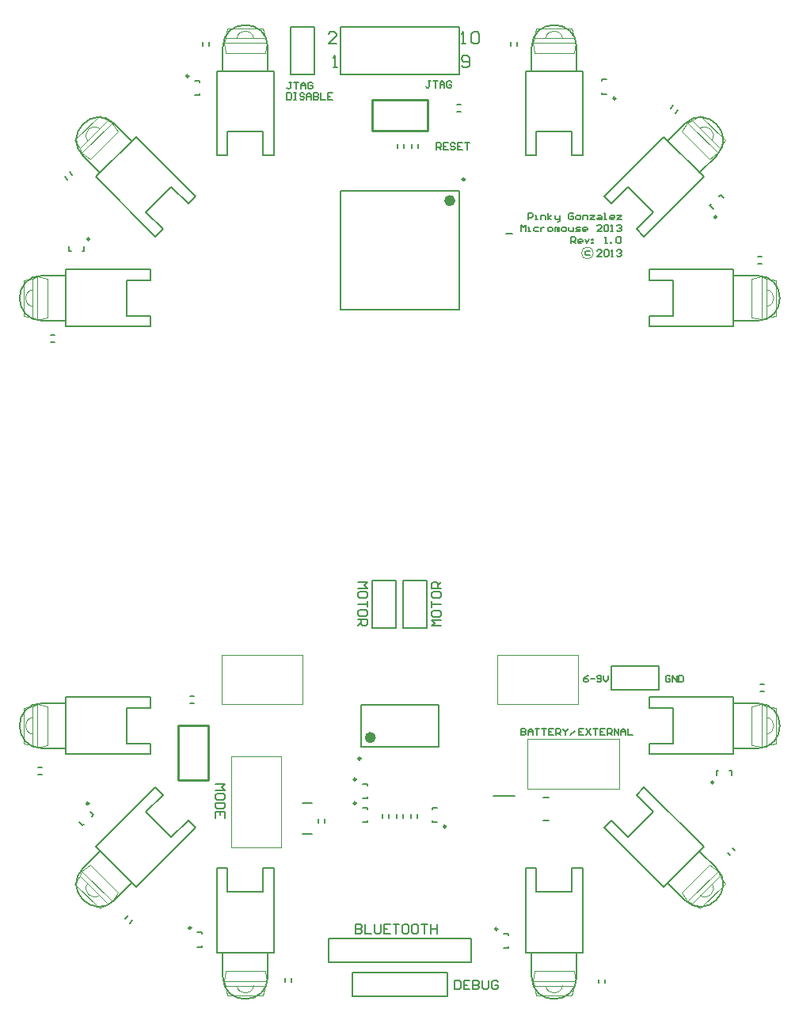
<source format=gto>
%FSLAX25Y25*%
%MOIN*%
G70*
G01*
G75*
G04 Layer_Color=65535*
%ADD10R,0.06299X0.11811*%
%ADD11R,0.04921X0.21654*%
%ADD12R,0.03543X0.02756*%
%ADD13R,0.03150X0.01575*%
%ADD14R,0.01772X0.01772*%
%ADD15R,0.01575X0.01772*%
%ADD16R,0.06299X0.10630*%
G04:AMPARAMS|DCode=17|XSize=35.43mil|YSize=31.5mil|CornerRadius=0mil|HoleSize=0mil|Usage=FLASHONLY|Rotation=135.000|XOffset=0mil|YOffset=0mil|HoleType=Round|Shape=Rectangle|*
%AMROTATEDRECTD17*
4,1,4,0.02366,-0.00139,0.00139,-0.02366,-0.02366,0.00139,-0.00139,0.02366,0.02366,-0.00139,0.0*
%
%ADD17ROTATEDRECTD17*%

%ADD18R,0.09843X0.06693*%
%ADD19R,0.03543X0.03150*%
%ADD20R,0.06299X0.12992*%
%ADD21R,0.06299X0.05118*%
%ADD22R,0.03937X0.04331*%
%ADD23R,0.03150X0.03543*%
G04:AMPARAMS|DCode=24|XSize=35.43mil|YSize=31.5mil|CornerRadius=0mil|HoleSize=0mil|Usage=FLASHONLY|Rotation=225.000|XOffset=0mil|YOffset=0mil|HoleType=Round|Shape=Rectangle|*
%AMROTATEDRECTD24*
4,1,4,0.00139,0.02366,0.02366,0.00139,-0.00139,-0.02366,-0.02366,-0.00139,0.00139,0.02366,0.0*
%
%ADD24ROTATEDRECTD24*%

%ADD25O,0.01378X0.06693*%
%ADD26R,0.02756X0.03543*%
G04:AMPARAMS|DCode=27|XSize=35.43mil|YSize=27.56mil|CornerRadius=0mil|HoleSize=0mil|Usage=FLASHONLY|Rotation=315.000|XOffset=0mil|YOffset=0mil|HoleType=Round|Shape=Rectangle|*
%AMROTATEDRECTD27*
4,1,4,-0.02227,0.00278,-0.00278,0.02227,0.02227,-0.00278,0.00278,-0.02227,-0.02227,0.00278,0.0*
%
%ADD27ROTATEDRECTD27*%

G04:AMPARAMS|DCode=28|XSize=35.43mil|YSize=27.56mil|CornerRadius=0mil|HoleSize=0mil|Usage=FLASHONLY|Rotation=45.000|XOffset=0mil|YOffset=0mil|HoleType=Round|Shape=Rectangle|*
%AMROTATEDRECTD28*
4,1,4,-0.00278,-0.02227,-0.02227,-0.00278,0.00278,0.02227,0.02227,0.00278,-0.00278,-0.02227,0.0*
%
%ADD28ROTATEDRECTD28*%

G04:AMPARAMS|DCode=29|XSize=15.75mil|YSize=31.5mil|CornerRadius=0mil|HoleSize=0mil|Usage=FLASHONLY|Rotation=225.000|XOffset=0mil|YOffset=0mil|HoleType=Round|Shape=Rectangle|*
%AMROTATEDRECTD29*
4,1,4,-0.00557,0.01670,0.01670,-0.00557,0.00557,-0.01670,-0.01670,0.00557,-0.00557,0.01670,0.0*
%
%ADD29ROTATEDRECTD29*%

%ADD30R,0.01575X0.03150*%
%ADD31O,0.02165X0.06890*%
%ADD32O,0.06890X0.02165*%
%ADD33R,0.03937X0.03937*%
%ADD34R,0.03937X0.03937*%
%ADD35C,0.01000*%
%ADD36C,0.02000*%
%ADD37C,0.03000*%
%ADD38C,0.12000*%
%ADD39R,0.05906X0.05906*%
%ADD40C,0.05906*%
%ADD41R,0.05906X0.05906*%
%ADD42R,0.04921X0.04921*%
%ADD43P,0.06960X4X180.0*%
%ADD44R,0.04921X0.04921*%
%ADD45P,0.06960X4X270.0*%
%ADD46C,0.07000*%
%ADD47C,0.07874*%
%ADD48C,0.02500*%
%ADD49O,0.02362X0.00984*%
%ADD50O,0.00984X0.02362*%
%ADD51R,0.10236X0.10630*%
%ADD52C,0.00984*%
%ADD53C,0.02362*%
%ADD54C,0.00394*%
%ADD55C,0.00500*%
%ADD56C,0.00787*%
%ADD57C,0.00800*%
D35*
X-93400Y-112968D02*
Y-89918D01*
X-80650D01*
Y-112968D02*
Y-89918D01*
X-93400Y-112968D02*
X-80650D01*
X-11468Y173400D02*
X11582D01*
Y160650D02*
Y173400D01*
X-11468Y160650D02*
X11582D01*
X-11468D02*
Y173400D01*
D52*
X19339Y-132421D02*
G03*
X19339Y-132421I-492J0D01*
G01*
X-18354Y-112579D02*
G03*
X-18354Y-112579I-492J0D01*
G01*
Y-122579D02*
G03*
X-18354Y-122579I-492J0D01*
G01*
X-16437Y-103779D02*
G03*
X-16437Y-103779I-492J0D01*
G01*
X90839Y174079D02*
G03*
X90839Y174079I-492J0D01*
G01*
X133379Y124154D02*
G03*
X133379Y124154I-492J0D01*
G01*
X-130587Y114847D02*
G03*
X-130587Y114847I-492J0D01*
G01*
X-88854Y183421D02*
G03*
X-88854Y183421I-492J0D01*
G01*
X41146Y-175579D02*
G03*
X41146Y-175579I-492J0D01*
G01*
X-130894Y-122654D02*
G03*
X-130894Y-122654I-492J0D01*
G01*
X132071Y-113847D02*
G03*
X132071Y-113847I-492J0D01*
G01*
X-87854Y-175079D02*
G03*
X-87854Y-175079I-492J0D01*
G01*
X27362Y140020D02*
G03*
X27362Y140020I-492J0D01*
G01*
D53*
X-11220Y-94921D02*
G03*
X-11220Y-94921I-1181J0D01*
G01*
X22244Y131063D02*
G03*
X22244Y131063I-1181J0D01*
G01*
D54*
X154469Y86457D02*
G03*
X154469Y93543I-555J3543D01*
G01*
X131397Y156386D02*
G03*
X126386Y161397I-2898J2113D01*
G01*
X68543Y199469D02*
G03*
X61457Y199469I-3543J-555D01*
G01*
X-61457D02*
G03*
X-68543Y199469I-3543J-555D01*
G01*
X-126386Y161397D02*
G03*
X-131397Y156386I-2113J-2898D01*
G01*
X-154469Y93543D02*
G03*
X-154469Y86457I555J-3543D01*
G01*
X154469Y-93543D02*
G03*
X154469Y-86457I-555J3543D01*
G01*
X126386Y-161397D02*
G03*
X131397Y-156386I2113J2898D01*
G01*
X61457Y-199469D02*
G03*
X68543Y-199469I3543J555D01*
G01*
X-68543D02*
G03*
X-61457Y-199469I3543J555D01*
G01*
X-131397Y-156386D02*
G03*
X-126386Y-161397I2898J-2113D01*
G01*
X-154469Y-86457D02*
G03*
X-154469Y-93543I555J-3543D01*
G01*
X81500Y109000D02*
G03*
X81500Y109000I-2500J0D01*
G01*
X-75000Y-81000D02*
Y-60299D01*
Y-80968D02*
X-41000D01*
Y-81000D02*
Y-60299D01*
X-75000D02*
X-41000D01*
X41000Y-81000D02*
Y-60299D01*
Y-80968D02*
X75000D01*
Y-81000D02*
Y-60299D01*
X41000D02*
X75000D01*
X152500Y80945D02*
Y99055D01*
X148169Y81732D02*
Y98268D01*
Y81732D02*
X152500Y81000D01*
X148169Y98268D02*
X152500Y99055D01*
X154469Y81732D02*
Y98268D01*
X152500Y80945D02*
X154469Y81732D01*
X152500Y99055D02*
X154469Y98268D01*
X158405Y82520D02*
Y97480D01*
X154469Y98268D02*
X158405Y97480D01*
X154469Y81732D02*
X158405Y82520D01*
X121097Y163903D02*
X133903Y151097D01*
X118592Y160284D02*
X130284Y148592D01*
X133864Y151136D01*
X118592Y160284D02*
X121097Y163903D01*
X123046Y164738D02*
X134738Y153046D01*
X133903Y151097D02*
X134738Y153046D01*
X121097Y163903D02*
X123046Y164738D01*
X126386Y166965D02*
X136965Y156386D01*
X123046Y164738D02*
X126386Y166965D01*
X134738Y153046D02*
X136965Y156386D01*
X55945Y197500D02*
X74055D01*
X56732Y193169D02*
X73268D01*
X74000Y197500D01*
X55945D02*
X56732Y193169D01*
Y199469D02*
X73268D01*
X74055Y197500D01*
X55945D02*
X56732Y199469D01*
X57520Y203405D02*
X72480D01*
X56732Y199469D02*
X57520Y203405D01*
X72480D02*
X73268Y199469D01*
X-74055Y197500D02*
X-55945D01*
X-73268Y193169D02*
X-56732D01*
X-56000Y197500D01*
X-74055D02*
X-73268Y193169D01*
Y199469D02*
X-56732D01*
X-55945Y197500D01*
X-74055D02*
X-73268Y199469D01*
X-72480Y203405D02*
X-57520D01*
X-73268Y199469D02*
X-72480Y203405D01*
X-57520D02*
X-56732Y199469D01*
X-133903Y151097D02*
X-121097Y163903D01*
X-130284Y148592D02*
X-118592Y160284D01*
X-121136Y163864D02*
X-118592Y160284D01*
X-133903Y151097D02*
X-130284Y148592D01*
X-134738Y153046D02*
X-123046Y164738D01*
X-121097Y163903D01*
X-134738Y153046D02*
X-133903Y151097D01*
X-136965Y156386D02*
X-126386Y166965D01*
X-136965Y156386D02*
X-134738Y153046D01*
X-126386Y166965D02*
X-123046Y164738D01*
X-152500Y80945D02*
Y99055D01*
X-148169Y81732D02*
Y98268D01*
X-152500Y99000D02*
X-148169Y98268D01*
X-152500Y80945D02*
X-148169Y81732D01*
X-154469D02*
Y98268D01*
X-152500Y99055D01*
X-154469Y81732D02*
X-152500Y80945D01*
X-158405Y82520D02*
Y97480D01*
Y82520D02*
X-154469Y81732D01*
X-158405Y97480D02*
X-154469Y98268D01*
X152500Y-99055D02*
Y-80945D01*
X148169Y-98268D02*
Y-81732D01*
Y-98268D02*
X152500Y-99000D01*
X148169Y-81732D02*
X152500Y-80945D01*
X154469Y-98268D02*
Y-81732D01*
X152500Y-99055D02*
X154469Y-98268D01*
X152500Y-80945D02*
X154469Y-81732D01*
X158405Y-97480D02*
Y-82520D01*
X154469Y-81732D02*
X158405Y-82520D01*
X154469Y-98268D02*
X158405Y-97480D01*
X121097Y-163903D02*
X133903Y-151097D01*
X118592Y-160284D02*
X130284Y-148592D01*
X118592Y-160284D02*
X121136Y-163864D01*
X130284Y-148592D02*
X133903Y-151097D01*
X123046Y-164738D02*
X134738Y-153046D01*
X121097Y-163903D02*
X123046Y-164738D01*
X133903Y-151097D02*
X134738Y-153046D01*
X126386Y-166965D02*
X136965Y-156386D01*
X134738Y-153046D02*
X136965Y-156386D01*
X123046Y-164738D02*
X126386Y-166965D01*
X55945Y-197500D02*
X74055D01*
X56732Y-193169D02*
X73268D01*
X56000Y-197500D02*
X56732Y-193169D01*
X73268D02*
X74055Y-197500D01*
X56732Y-199469D02*
X73268D01*
X55945Y-197500D02*
X56732Y-199469D01*
X73268D02*
X74055Y-197500D01*
X57520Y-203405D02*
X72480D01*
X73268Y-199469D01*
X56732D02*
X57520Y-203405D01*
X-74055Y-197500D02*
X-55945D01*
X-73268Y-193169D02*
X-56732D01*
X-74000Y-197500D02*
X-73268Y-193169D01*
X-56732D02*
X-55945Y-197500D01*
X-73268Y-199469D02*
X-56732D01*
X-74055Y-197500D02*
X-73268Y-199469D01*
X-56732D02*
X-55945Y-197500D01*
X-72480Y-203405D02*
X-57520D01*
X-56732Y-199469D01*
X-73268D02*
X-72480Y-203405D01*
X-133903Y-151097D02*
X-121097Y-163903D01*
X-130284Y-148592D02*
X-118592Y-160284D01*
X-133864Y-151136D02*
X-130284Y-148592D01*
X-121097Y-163903D02*
X-118592Y-160284D01*
X-134738Y-153046D02*
X-123046Y-164738D01*
X-134738Y-153046D02*
X-133903Y-151097D01*
X-123046Y-164738D02*
X-121097Y-163903D01*
X-136965Y-156386D02*
X-126386Y-166965D01*
X-123046Y-164738D01*
X-136965Y-156386D02*
X-134738Y-153046D01*
X-152500Y-99055D02*
Y-80945D01*
X-148169Y-98268D02*
Y-81732D01*
X-152500Y-81000D02*
X-148169Y-81732D01*
X-152500Y-99055D02*
X-148169Y-98268D01*
X-154469D02*
Y-81732D01*
X-152500Y-80945D01*
X-154469Y-98268D02*
X-152500Y-99055D01*
X-158405Y-97480D02*
Y-82520D01*
Y-97480D02*
X-154469Y-98268D01*
X-158405Y-82520D02*
X-154469Y-81732D01*
X-71091Y-102709D02*
X-49909D01*
Y-141291D02*
Y-102709D01*
X-71091Y-141291D02*
X-49909D01*
X-71091D02*
Y-102709D01*
X53709Y-116591D02*
Y-95410D01*
X92291D01*
Y-116591D02*
Y-95410D01*
X53709Y-116591D02*
X92291D01*
D55*
X74500Y195500D02*
G03*
X55500Y195500I-9500J0D01*
G01*
X-119849Y163284D02*
G03*
X-133284Y149849I-6718J-6718D01*
G01*
X150500Y80500D02*
G03*
X150500Y99500I0J9500D01*
G01*
X-55500Y195500D02*
G03*
X-74500Y195500I-9500J0D01*
G01*
X133284Y149849D02*
G03*
X119849Y163284I-6718J6718D01*
G01*
X-150500Y99500D02*
G03*
X-150500Y80500I0J-9500D01*
G01*
X55500Y-195500D02*
G03*
X74500Y-195500I9500J0D01*
G01*
X119849Y-163284D02*
G03*
X133284Y-149849I6718J6718D01*
G01*
X-150500Y-80500D02*
G03*
X-150500Y-99500I0J-9500D01*
G01*
X-74500Y-195500D02*
G03*
X-55500Y-195500I9500J0D01*
G01*
X-133284Y-149849D02*
G03*
X-119849Y-163284I6718J-6718D01*
G01*
X150500Y-99500D02*
G03*
X150500Y-80500I0J9500D01*
G01*
X-41000Y-135500D02*
X-37000D01*
X-41000Y-122500D02*
X-37000D01*
X77000Y150000D02*
Y185500D01*
X53000D02*
X77000D01*
X53000Y150000D02*
Y185500D01*
X74500D02*
Y195500D01*
X55500Y185500D02*
Y195500D01*
X72500Y150000D02*
X77000D01*
X72500D02*
Y160000D01*
X57500D02*
X72500D01*
X57500Y150000D02*
Y160000D01*
X53000Y150000D02*
X57500D01*
X-111010Y157981D02*
X-85908Y132879D01*
X-127981Y141010D02*
X-111010Y157981D01*
X-127981Y141010D02*
X-102879Y115908D01*
X-119849Y163284D02*
X-112778Y156213D01*
X-133284Y149849D02*
X-126213Y142778D01*
X-89090Y129697D02*
X-85908Y132879D01*
X-96161Y136768D02*
X-89090Y129697D01*
X-106768Y126161D02*
X-96161Y136768D01*
X-106768Y126161D02*
X-99697Y119090D01*
X-102879Y115908D02*
X-99697Y119090D01*
X105000Y78000D02*
X140500D01*
Y102000D01*
X105000D02*
X140500D01*
Y80500D02*
X150500D01*
X140500Y99500D02*
X150500D01*
X105000Y78000D02*
Y82500D01*
X115000D01*
Y97500D01*
X105000D02*
X115000D01*
X105000D02*
Y102000D01*
X-53000Y150000D02*
Y185500D01*
X-77000D02*
X-53000D01*
X-77000Y150000D02*
Y185500D01*
X-55500D02*
Y195500D01*
X-74500Y185500D02*
Y195500D01*
X-57500Y150000D02*
X-53000D01*
X-57500D02*
Y160000D01*
X-72500D02*
X-57500D01*
X-72500Y150000D02*
Y160000D01*
X-77000Y150000D02*
X-72500D01*
X102879Y115908D02*
X127981Y141010D01*
X111010Y157981D02*
X127981Y141010D01*
X85908Y132879D02*
X111010Y157981D01*
X126213Y142778D02*
X133284Y149849D01*
X112778Y156213D02*
X119849Y163284D01*
X99697Y119090D02*
X102879Y115908D01*
X99697Y119090D02*
X106768Y126161D01*
X96161Y136768D02*
X106768Y126161D01*
X89090Y129697D02*
X96161Y136768D01*
X85908Y132879D02*
X89090Y129697D01*
X-140500Y102000D02*
X-105000D01*
X-140500Y78000D02*
Y102000D01*
Y78000D02*
X-105000D01*
X-150500Y99500D02*
X-140500D01*
X-150500Y80500D02*
X-140500D01*
X-105000Y97500D02*
Y102000D01*
X-115000Y97500D02*
X-105000D01*
X-115000Y82500D02*
Y97500D01*
Y82500D02*
X-105000D01*
Y78000D02*
Y82500D01*
X53000Y-185500D02*
Y-150000D01*
Y-185500D02*
X77000D01*
Y-150000D01*
X55500Y-195500D02*
Y-185500D01*
X74500Y-195500D02*
Y-185500D01*
X53000Y-150000D02*
X57500D01*
Y-160000D02*
Y-150000D01*
Y-160000D02*
X72500D01*
Y-150000D01*
X77000D01*
X85908Y-132879D02*
X111010Y-157981D01*
X127981Y-141010D01*
X102879Y-115908D02*
X127981Y-141010D01*
X112778Y-156213D02*
X119849Y-163284D01*
X126213Y-142778D02*
X133284Y-149849D01*
X85908Y-132879D02*
X89090Y-129697D01*
X96161Y-136768D01*
X106768Y-126161D01*
X99697Y-119090D02*
X106768Y-126161D01*
X99697Y-119090D02*
X102879Y-115908D01*
X-140500Y-78000D02*
X-105000D01*
X-140500Y-102000D02*
Y-78000D01*
Y-102000D02*
X-105000D01*
X-150500Y-80500D02*
X-140500D01*
X-150500Y-99500D02*
X-140500D01*
X-105000Y-82500D02*
Y-78000D01*
X-115000Y-82500D02*
X-105000D01*
X-115000Y-97500D02*
Y-82500D01*
Y-97500D02*
X-105000D01*
Y-102000D02*
Y-97500D01*
X-77000Y-185500D02*
Y-150000D01*
Y-185500D02*
X-53000D01*
Y-150000D01*
X-74500Y-195500D02*
Y-185500D01*
X-55500Y-195500D02*
Y-185500D01*
X-77000Y-150000D02*
X-72500D01*
Y-160000D02*
Y-150000D01*
Y-160000D02*
X-57500D01*
Y-150000D01*
X-53000D01*
X-127981Y-141010D02*
X-102879Y-115908D01*
X-127981Y-141010D02*
X-111010Y-157981D01*
X-85908Y-132879D01*
X-133284Y-149849D02*
X-126213Y-142778D01*
X-119849Y-163284D02*
X-112778Y-156213D01*
X-102879Y-115908D02*
X-99697Y-119090D01*
X-106768Y-126161D02*
X-99697Y-119090D01*
X-106768Y-126161D02*
X-96161Y-136768D01*
X-89090Y-129697D01*
X-85908Y-132879D01*
X105000Y-102000D02*
X140500D01*
Y-78000D01*
X105000D02*
X140500D01*
Y-99500D02*
X150500D01*
X140500Y-80500D02*
X150500D01*
X105000Y-102000D02*
Y-97500D01*
X115000D01*
Y-82500D01*
X105000D02*
X115000D01*
X105000D02*
Y-78000D01*
X12968Y181452D02*
X11984D01*
X12476D01*
Y178992D01*
X11984Y178500D01*
X11492D01*
X11000Y178992D01*
X13952Y181452D02*
X15920D01*
X14936D01*
Y178500D01*
X16904D02*
Y180468D01*
X17888Y181452D01*
X18871Y180468D01*
Y178500D01*
Y179976D01*
X16904D01*
X21823Y180960D02*
X21331Y181452D01*
X20347D01*
X19855Y180960D01*
Y178992D01*
X20347Y178500D01*
X21331D01*
X21823Y178992D01*
Y179976D01*
X20839D01*
X15500Y152500D02*
Y155452D01*
X16976D01*
X17468Y154960D01*
Y153976D01*
X16976Y153484D01*
X15500D01*
X16484D02*
X17468Y152500D01*
X20420Y155452D02*
X18452D01*
Y152500D01*
X20420D01*
X18452Y153976D02*
X19436D01*
X23371Y154960D02*
X22880Y155452D01*
X21896D01*
X21404Y154960D01*
Y154468D01*
X21896Y153976D01*
X22880D01*
X23371Y153484D01*
Y152992D01*
X22880Y152500D01*
X21896D01*
X21404Y152992D01*
X26323Y155452D02*
X24355D01*
Y152500D01*
X26323D01*
X24355Y153976D02*
X25339D01*
X27307Y155452D02*
X29275D01*
X28291D01*
Y152500D01*
X-45532Y180952D02*
X-46516D01*
X-46024D01*
Y178492D01*
X-46516Y178000D01*
X-47008D01*
X-47500Y178492D01*
X-44548Y180952D02*
X-42580D01*
X-43564D01*
Y178000D01*
X-41596D02*
Y179968D01*
X-40612Y180952D01*
X-39628Y179968D01*
Y178000D01*
Y179476D01*
X-41596D01*
X-36677Y180460D02*
X-37169Y180952D01*
X-38153D01*
X-38645Y180460D01*
Y178492D01*
X-38153Y178000D01*
X-37169D01*
X-36677Y178492D01*
Y179476D01*
X-37661D01*
X-47500Y176452D02*
Y173500D01*
X-46024D01*
X-45532Y173992D01*
Y175960D01*
X-46024Y176452D01*
X-47500D01*
X-44548D02*
X-43564D01*
X-44056D01*
Y173500D01*
X-44548D01*
X-43564D01*
X-40121Y175960D02*
X-40613Y176452D01*
X-41596D01*
X-42088Y175960D01*
Y175468D01*
X-41596Y174976D01*
X-40613D01*
X-40121Y174484D01*
Y173992D01*
X-40613Y173500D01*
X-41596D01*
X-42088Y173992D01*
X-39136Y173500D02*
Y175468D01*
X-38153Y176452D01*
X-37169Y175468D01*
Y173500D01*
Y174976D01*
X-39136D01*
X-36185Y176452D02*
Y173500D01*
X-34709D01*
X-34217Y173992D01*
Y174484D01*
X-34709Y174976D01*
X-36185D01*
X-34709D01*
X-34217Y175468D01*
Y175960D01*
X-34709Y176452D01*
X-36185D01*
X-33233D02*
Y173500D01*
X-31265D01*
X-28313Y176452D02*
X-30281D01*
Y173500D01*
X-28313D01*
X-30281Y174976D02*
X-29297D01*
X77468Y-91048D02*
X75500D01*
Y-94000D01*
X77468D01*
X75500Y-92524D02*
X76484D01*
X78452Y-91048D02*
X80420Y-94000D01*
Y-91048D02*
X78452Y-94000D01*
X81404Y-91048D02*
X83372D01*
X82388D01*
Y-94000D01*
X86323Y-91048D02*
X84355D01*
Y-94000D01*
X86323D01*
X84355Y-92524D02*
X85339D01*
X87307Y-94000D02*
Y-91048D01*
X88783D01*
X89275Y-91540D01*
Y-92524D01*
X88783Y-93016D01*
X87307D01*
X88291D02*
X89275Y-94000D01*
X90259D02*
Y-91048D01*
X92227Y-94000D01*
Y-91048D01*
X93211Y-94000D02*
Y-92032D01*
X94195Y-91048D01*
X95179Y-92032D01*
Y-94000D01*
Y-92524D01*
X93211D01*
X96163Y-91048D02*
Y-94000D01*
X98131D01*
X113837Y-69204D02*
X113377Y-68745D01*
X112459D01*
X112000Y-69204D01*
Y-71041D01*
X112459Y-71500D01*
X113377D01*
X113837Y-71041D01*
Y-70122D01*
X112918D01*
X114755Y-71500D02*
Y-68745D01*
X116592Y-71500D01*
Y-68745D01*
X117510D02*
Y-71500D01*
X118888D01*
X119347Y-71041D01*
Y-69204D01*
X118888Y-68745D01*
X117510D01*
X79337D02*
X78418Y-69204D01*
X77500Y-70122D01*
Y-71041D01*
X77959Y-71500D01*
X78878D01*
X79337Y-71041D01*
Y-70582D01*
X78878Y-70122D01*
X77500D01*
X80255D02*
X82092D01*
X83010Y-71041D02*
X83469Y-71500D01*
X84387D01*
X84847Y-71041D01*
Y-69204D01*
X84387Y-68745D01*
X83469D01*
X83010Y-69204D01*
Y-69663D01*
X83469Y-70122D01*
X84847D01*
X85765Y-68745D02*
Y-70582D01*
X86683Y-71500D01*
X87602Y-70582D01*
Y-68745D01*
X-18500Y-173564D02*
Y-177500D01*
X-16532D01*
X-15876Y-176844D01*
Y-176188D01*
X-16532Y-175532D01*
X-18500D01*
X-16532D01*
X-15876Y-174876D01*
Y-174220D01*
X-16532Y-173564D01*
X-18500D01*
X-14564D02*
Y-177500D01*
X-11940D01*
X-10628Y-173564D02*
Y-176844D01*
X-9973Y-177500D01*
X-8661D01*
X-8005Y-176844D01*
Y-173564D01*
X-4069D02*
X-6693D01*
Y-177500D01*
X-4069D01*
X-6693Y-175532D02*
X-5381D01*
X-2757Y-173564D02*
X-133D01*
X-1445D01*
Y-177500D01*
X3147Y-173564D02*
X1835D01*
X1179Y-174220D01*
Y-176844D01*
X1835Y-177500D01*
X3147D01*
X3802Y-176844D01*
Y-174220D01*
X3147Y-173564D01*
X7082D02*
X5770D01*
X5114Y-174220D01*
Y-176844D01*
X5770Y-177500D01*
X7082D01*
X7738Y-176844D01*
Y-174220D01*
X7082Y-173564D01*
X9050D02*
X11674D01*
X10362D01*
Y-177500D01*
X12986Y-173564D02*
Y-177500D01*
Y-175532D01*
X15610D01*
Y-173564D01*
Y-177500D01*
X23000Y-197064D02*
Y-201000D01*
X24968D01*
X25624Y-200344D01*
Y-197720D01*
X24968Y-197064D01*
X23000D01*
X29560D02*
X26936D01*
Y-201000D01*
X29560D01*
X26936Y-199032D02*
X28248D01*
X30871Y-197064D02*
Y-201000D01*
X32839D01*
X33495Y-200344D01*
Y-199688D01*
X32839Y-199032D01*
X30871D01*
X32839D01*
X33495Y-198376D01*
Y-197720D01*
X32839Y-197064D01*
X30871D01*
X34807D02*
Y-200344D01*
X35463Y-201000D01*
X36775D01*
X37431Y-200344D01*
Y-197064D01*
X41367Y-197720D02*
X40711Y-197064D01*
X39399D01*
X38743Y-197720D01*
Y-200344D01*
X39399Y-201000D01*
X40711D01*
X41367Y-200344D01*
Y-199032D01*
X40055D01*
X-77500Y-114500D02*
X-73564D01*
X-74876Y-115812D01*
X-73564Y-117124D01*
X-77500D01*
X-73564Y-120404D02*
Y-119092D01*
X-74220Y-118436D01*
X-76844D01*
X-77500Y-119092D01*
Y-120404D01*
X-76844Y-121060D01*
X-74220D01*
X-73564Y-120404D01*
Y-122371D02*
X-77500D01*
Y-124339D01*
X-76844Y-124995D01*
X-74220D01*
X-73564Y-124339D01*
Y-122371D01*
Y-128931D02*
Y-126307D01*
X-77500D01*
Y-128931D01*
X-75532Y-126307D02*
Y-127619D01*
X51000Y-91048D02*
Y-94000D01*
X52476D01*
X52968Y-93508D01*
Y-93016D01*
X52476Y-92524D01*
X51000D01*
X52476D01*
X52968Y-92032D01*
Y-91540D01*
X52476Y-91048D01*
X51000D01*
X53952Y-94000D02*
Y-92032D01*
X54936Y-91048D01*
X55920Y-92032D01*
Y-94000D01*
Y-92524D01*
X53952D01*
X56904Y-91048D02*
X58872D01*
X57888D01*
Y-94000D01*
X59855Y-91048D02*
X61823D01*
X60839D01*
Y-94000D01*
X64775Y-91048D02*
X62807D01*
Y-94000D01*
X64775D01*
X62807Y-92524D02*
X63791D01*
X65759Y-94000D02*
Y-91048D01*
X67235D01*
X67727Y-91540D01*
Y-92524D01*
X67235Y-93016D01*
X65759D01*
X66743D02*
X67727Y-94000D01*
X68711Y-91048D02*
Y-91540D01*
X69695Y-92524D01*
X70679Y-91540D01*
Y-91048D01*
X69695Y-92524D02*
Y-94000D01*
X71663D02*
X73630Y-92032D01*
X-17500Y-29500D02*
X-13564D01*
X-14876Y-30812D01*
X-13564Y-32124D01*
X-17500D01*
X-13564Y-35404D02*
Y-34092D01*
X-14220Y-33436D01*
X-16844D01*
X-17500Y-34092D01*
Y-35404D01*
X-16844Y-36060D01*
X-14220D01*
X-13564Y-35404D01*
Y-37372D02*
Y-39995D01*
Y-38683D01*
X-17500D01*
X-13564Y-43275D02*
Y-41963D01*
X-14220Y-41307D01*
X-16844D01*
X-17500Y-41963D01*
Y-43275D01*
X-16844Y-43931D01*
X-14220D01*
X-13564Y-43275D01*
X-17500Y-45243D02*
X-13564D01*
Y-47211D01*
X-14220Y-47867D01*
X-15532D01*
X-16188Y-47211D01*
Y-45243D01*
Y-46555D02*
X-17500Y-47867D01*
X17500Y-48000D02*
X13564D01*
X14876Y-46688D01*
X13564Y-45376D01*
X17500D01*
X13564Y-42096D02*
Y-43408D01*
X14220Y-44064D01*
X16844D01*
X17500Y-43408D01*
Y-42096D01*
X16844Y-41440D01*
X14220D01*
X13564Y-42096D01*
Y-40128D02*
Y-37505D01*
Y-38817D01*
X17500D01*
X13564Y-34225D02*
Y-35537D01*
X14220Y-36193D01*
X16844D01*
X17500Y-35537D01*
Y-34225D01*
X16844Y-33569D01*
X14220D01*
X13564Y-34225D01*
X17500Y-32257D02*
X13564D01*
Y-30289D01*
X14220Y-29633D01*
X15532D01*
X16188Y-30289D01*
Y-32257D01*
Y-30945D02*
X17500Y-29633D01*
X79968Y109968D02*
X78492D01*
X78000Y109476D01*
Y108492D01*
X78492Y108000D01*
X79968D01*
X84968Y107500D02*
X83000D01*
X84968Y109468D01*
Y109960D01*
X84476Y110452D01*
X83492D01*
X83000Y109960D01*
X85952D02*
X86444Y110452D01*
X87428D01*
X87920Y109960D01*
Y107992D01*
X87428Y107500D01*
X86444D01*
X85952Y107992D01*
Y109960D01*
X88904Y107500D02*
X89888D01*
X89396D01*
Y110452D01*
X88904Y109960D01*
X91364D02*
X91855Y110452D01*
X92839D01*
X93331Y109960D01*
Y109468D01*
X92839Y108976D01*
X92347D01*
X92839D01*
X93331Y108484D01*
Y107992D01*
X92839Y107500D01*
X91855D01*
X91364Y107992D01*
X51000Y118000D02*
Y120952D01*
X51984Y119968D01*
X52968Y120952D01*
Y118000D01*
X53952D02*
X54936D01*
X54444D01*
Y119968D01*
X53952D01*
X58380D02*
X56904D01*
X56412Y119476D01*
Y118492D01*
X56904Y118000D01*
X58380D01*
X59364Y119968D02*
Y118000D01*
Y118984D01*
X59855Y119476D01*
X60347Y119968D01*
X60839D01*
X62807Y118000D02*
X63791D01*
X64283Y118492D01*
Y119476D01*
X63791Y119968D01*
X62807D01*
X62315Y119476D01*
Y118492D01*
X62807Y118000D01*
X65267D02*
Y119968D01*
X65759D01*
X66251Y119476D01*
Y118000D01*
Y119476D01*
X66743Y119968D01*
X67235Y119476D01*
Y118000D01*
X68711D02*
X69695D01*
X70187Y118492D01*
Y119476D01*
X69695Y119968D01*
X68711D01*
X68219Y119476D01*
Y118492D01*
X68711Y118000D01*
X71171Y119968D02*
Y118492D01*
X71663Y118000D01*
X73139D01*
Y119968D01*
X74123Y118000D02*
X75598D01*
X76090Y118492D01*
X75598Y118984D01*
X74615D01*
X74123Y119476D01*
X74615Y119968D01*
X76090D01*
X78550Y118000D02*
X77566D01*
X77074Y118492D01*
Y119476D01*
X77566Y119968D01*
X78550D01*
X79042Y119476D01*
Y118984D01*
X77074D01*
X84946Y118000D02*
X82978D01*
X84946Y119968D01*
Y120460D01*
X84454Y120952D01*
X83470D01*
X82978Y120460D01*
X85930D02*
X86422Y120952D01*
X87406D01*
X87898Y120460D01*
Y118492D01*
X87406Y118000D01*
X86422D01*
X85930Y118492D01*
Y120460D01*
X88882Y118000D02*
X89865D01*
X89373D01*
Y120952D01*
X88882Y120460D01*
X91341D02*
X91833Y120952D01*
X92817D01*
X93309Y120460D01*
Y119968D01*
X92817Y119476D01*
X92325D01*
X92817D01*
X93309Y118984D01*
Y118492D01*
X92817Y118000D01*
X91833D01*
X91341Y118492D01*
X72000Y113000D02*
Y115952D01*
X73476D01*
X73968Y115460D01*
Y114476D01*
X73476Y113984D01*
X72000D01*
X72984D02*
X73968Y113000D01*
X76428D02*
X75444D01*
X74952Y113492D01*
Y114476D01*
X75444Y114968D01*
X76428D01*
X76920Y114476D01*
Y113984D01*
X74952D01*
X77904Y114968D02*
X78888Y113000D01*
X79871Y114968D01*
X80855D02*
X81347D01*
Y114476D01*
X80855D01*
Y114968D01*
Y113492D02*
X81347D01*
Y113000D01*
X80855D01*
Y113492D01*
X86267Y113000D02*
X87251D01*
X86759D01*
Y115952D01*
X86267Y115460D01*
X88727Y113000D02*
Y113492D01*
X89219D01*
Y113000D01*
X88727D01*
X91187Y115460D02*
X91679Y115952D01*
X92663D01*
X93155Y115460D01*
Y113492D01*
X92663Y113000D01*
X91679D01*
X91187Y113492D01*
Y115460D01*
X54000Y123000D02*
Y125952D01*
X55476D01*
X55968Y125460D01*
Y124476D01*
X55476Y123984D01*
X54000D01*
X56952Y123000D02*
X57936D01*
X57444D01*
Y124968D01*
X56952D01*
X59412Y123000D02*
Y124968D01*
X60887D01*
X61379Y124476D01*
Y123000D01*
X62363D02*
Y125952D01*
Y123984D02*
X63839Y124968D01*
X62363Y123984D02*
X63839Y123000D01*
X65315Y124968D02*
Y123492D01*
X65807Y123000D01*
X67283D01*
Y122508D01*
X66791Y122016D01*
X66299D01*
X67283Y123000D02*
Y124968D01*
X73187Y125460D02*
X72695Y125952D01*
X71711D01*
X71219Y125460D01*
Y123492D01*
X71711Y123000D01*
X72695D01*
X73187Y123492D01*
Y124476D01*
X72203D01*
X74663Y123000D02*
X75647D01*
X76139Y123492D01*
Y124476D01*
X75647Y124968D01*
X74663D01*
X74171Y124476D01*
Y123492D01*
X74663Y123000D01*
X77122D02*
Y124968D01*
X78598D01*
X79090Y124476D01*
Y123000D01*
X80074Y124968D02*
X82042D01*
X80074Y123000D01*
X82042D01*
X83518Y124968D02*
X84502D01*
X84994Y124476D01*
Y123000D01*
X83518D01*
X83026Y123492D01*
X83518Y123984D01*
X84994D01*
X85978Y123000D02*
X86962D01*
X86470D01*
Y125952D01*
X85978D01*
X89914Y123000D02*
X88930D01*
X88438Y123492D01*
Y124476D01*
X88930Y124968D01*
X89914D01*
X90406Y124476D01*
Y123984D01*
X88438D01*
X91390Y124968D02*
X93357D01*
X91390Y123000D01*
X93357D01*
D56*
X30000Y-189500D02*
Y-179500D01*
X-30000Y-189500D02*
Y-179500D01*
X30000D01*
X-30000Y-189500D02*
X30000D01*
X7378Y-128787D02*
Y-127213D01*
X4622Y-128787D02*
Y-127213D01*
X13728Y-130650D02*
X15697D01*
X13728D02*
Y-129862D01*
Y-124350D02*
X15697D01*
X13728Y-125138D02*
Y-124350D01*
X1378Y-128787D02*
Y-127213D01*
X-1378Y-128787D02*
Y-127213D01*
X-15697Y-114350D02*
X-13728D01*
Y-115138D02*
Y-114350D01*
X-15697Y-120650D02*
X-13728D01*
Y-119862D01*
X-4622Y-128787D02*
Y-127213D01*
X-7378Y-128787D02*
Y-127213D01*
X-15697Y-124350D02*
X-13728D01*
Y-125138D02*
Y-124350D01*
X-15697Y-130650D02*
X-13728D01*
Y-129862D01*
X109000Y-75000D02*
Y-65000D01*
X89000Y-75000D02*
X109000D01*
X89000D02*
Y-65000D01*
X109000D01*
X60319Y-129921D02*
X62681D01*
X60319Y-120079D02*
X62681D01*
X39472Y-119598D02*
X48528D01*
X-31622Y-130787D02*
Y-129213D01*
X-34378Y-130787D02*
Y-129213D01*
X-11500Y-29000D02*
X-1500D01*
Y-49000D02*
Y-29000D01*
X-11500Y-49000D02*
X-1500D01*
X-11500D02*
Y-29000D01*
X16339Y-98858D02*
Y-81142D01*
X-16339Y-98858D02*
Y-81142D01*
X16339D01*
X-16339Y-98858D02*
X16339D01*
X1500Y-29000D02*
X11500D01*
Y-49000D02*
Y-29000D01*
X1500Y-49000D02*
X11500D01*
X1500D02*
Y-29000D01*
X150713Y104622D02*
X152287D01*
X150713Y107378D02*
X152287D01*
X115918Y167969D02*
X117031Y169082D01*
X113969Y169918D02*
X115082Y171031D01*
X49378Y196213D02*
Y197787D01*
X46622Y196213D02*
Y197787D01*
X-80122Y196213D02*
Y197787D01*
X-82878Y196213D02*
Y197787D01*
X-139082Y143031D02*
X-137969Y141918D01*
X-141031Y141082D02*
X-139918Y139969D01*
X-146787Y71622D02*
X-145213D01*
X-146787Y74378D02*
X-145213D01*
X151713Y-75378D02*
X153287D01*
X151713Y-72622D02*
X153287D01*
X137969Y-143418D02*
X139082Y-144531D01*
X139918Y-141469D02*
X141031Y-142582D01*
X83622Y-198287D02*
Y-196713D01*
X86378Y-198287D02*
Y-196713D01*
X-48378Y-197787D02*
Y-196213D01*
X-45622Y-197787D02*
Y-196213D01*
X-115531Y-171082D02*
X-114418Y-169969D01*
X-113582Y-173031D02*
X-112469Y-171918D01*
X-152287Y-107622D02*
X-150713D01*
X-152287Y-110378D02*
X-150713D01*
X85228Y175850D02*
X87197D01*
X85228D02*
Y176638D01*
Y182150D02*
X87197D01*
X85228Y181362D02*
Y182150D01*
X130520Y129026D02*
X131912Y127634D01*
X130520Y129026D02*
X131077Y129582D01*
X134974Y133480D02*
X136366Y132088D01*
X134418Y132923D02*
X134974Y133480D01*
X-132850Y109728D02*
Y111697D01*
X-133638Y109728D02*
X-132850D01*
X-139150D02*
Y111697D01*
Y109728D02*
X-138362D01*
X-86197Y181650D02*
X-84228D01*
Y180862D02*
Y181650D01*
X-86197Y175350D02*
X-84228D01*
Y176138D01*
X43803Y-177350D02*
X45772D01*
Y-178138D02*
Y-177350D01*
X43803Y-183650D02*
X45772D01*
Y-182862D01*
X-130412Y-126134D02*
X-129020Y-127526D01*
X-129577Y-128082D02*
X-129020Y-127526D01*
X-134866Y-130588D02*
X-133474Y-131980D01*
X-132918Y-131423D01*
X133350Y-110697D02*
Y-108728D01*
X134138D01*
X139650Y-110697D02*
Y-108728D01*
X138862D02*
X139650D01*
X-85197Y-176850D02*
X-83228D01*
Y-177638D02*
Y-176850D01*
X-85197Y-183150D02*
X-83228D01*
Y-182362D01*
X-20000Y-204000D02*
Y-194000D01*
X20000D01*
X-20000Y-204000D02*
X20000D01*
Y-194000D01*
X-25000Y184000D02*
X25000D01*
X-25000Y204000D02*
X25000D01*
X-25000Y184000D02*
Y204000D01*
X25000Y184000D02*
Y204000D01*
X-25000Y135000D02*
X25000D01*
X-25000Y85000D02*
X25000D01*
Y135000D01*
X-25000Y85000D02*
Y135000D01*
X-46000Y184000D02*
X-36000D01*
X-46000D02*
Y204000D01*
X-36000D01*
Y184000D02*
Y204000D01*
X44622Y116988D02*
X47378D01*
X-878Y153213D02*
Y154787D01*
X1878Y153213D02*
Y154787D01*
X7878Y153213D02*
Y154787D01*
X5122Y153213D02*
Y154787D01*
X-88287Y-80378D02*
X-86713D01*
X-88287Y-77622D02*
X-86713D01*
X24213Y171378D02*
X25787D01*
X24213Y168622D02*
X25787D01*
D57*
X26000Y197000D02*
X27666D01*
X26833D01*
Y201998D01*
X26000Y201165D01*
X30165D02*
X30998Y201998D01*
X32664D01*
X33498Y201165D01*
Y197833D01*
X32664Y197000D01*
X30998D01*
X30165Y197833D01*
Y201165D01*
X26000Y187833D02*
X26833Y187000D01*
X28499D01*
X29332Y187833D01*
Y191165D01*
X28499Y191998D01*
X26833D01*
X26000Y191165D01*
Y190332D01*
X26833Y189499D01*
X29332D01*
X-28000Y187000D02*
X-26334D01*
X-27167D01*
Y191998D01*
X-28000Y191165D01*
X-26668Y197000D02*
X-30000D01*
X-26668Y200332D01*
Y201165D01*
X-27501Y201998D01*
X-29167D01*
X-30000Y201165D01*
M02*

</source>
